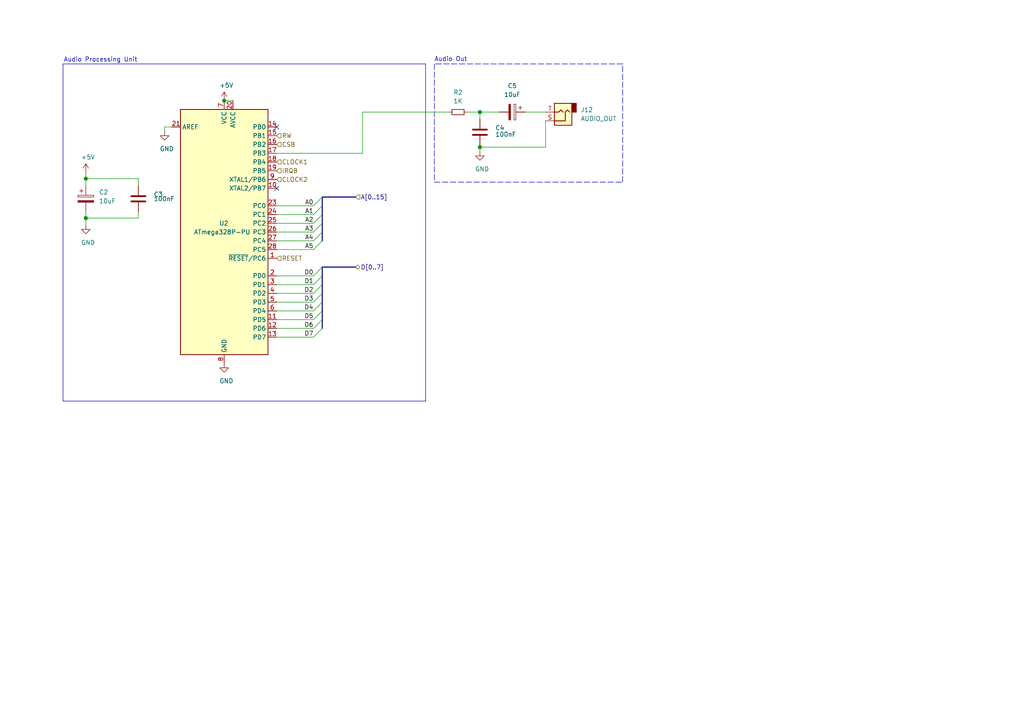
<source format=kicad_sch>
(kicad_sch (version 20201015) (generator eeschema)
  (paper "A4")
  (title_block (title "Miniish") (rev "v1.2c"))
  (lib_symbols
    (symbol "Connector:AudioJack2"
      (property "Reference" "J" (at 0 8.89 0))
      (property "Value" "AudioJack2" (at 0 6.35 0))
      (symbol "AudioJack2_0_1"
        (rectangle (start -3.81 0) (end -2.54 -2.54) (stroke (width 0.254)) (fill (type outline)))
        (rectangle (start -2.54 3.81) (end 2.54 -2.54) (stroke (width 0.254)) (fill (type background)))
        (polyline (pts (xy 0 0) (xy 0.635 -0.635) (xy 1.27 0) (xy 2.54 0)) (stroke (width 0.254)))
        (polyline (pts (xy 2.54 2.54) (xy -0.635 2.54) (xy -0.635 0) (xy -1.27 -0.635) (xy -1.905 0)) (stroke (width 0.254)))
      )
      (symbol "AudioJack2_1_1"
        (pin passive line (at 5.08 2.54 180) (length 2.54) (name "~") (number "S"))
        (pin passive line (at 5.08 0 180) (length 2.54) (name "~") (number "T"))
      )
    )
    (symbol "Device:C" (pin_numbers hide) (pin_names (offset 0.254))
      (property "Reference" "C" (at 0.635 2.54 0))
      (property "Value" "C" (at 0.635 -2.54 0))
      (symbol "C_0_1"
        (polyline (pts (xy -2.032 -0.762) (xy 2.032 -0.762)) (stroke (width 0.508)))
        (polyline (pts (xy -2.032 0.762) (xy 2.032 0.762)) (stroke (width 0.508)))
      )
      (symbol "C_1_1"
        (pin passive line (at 0 3.81 270) (length 2.794) (name "~") (number "1"))
        (pin passive line (at 0 -3.81 90) (length 2.794) (name "~") (number "2"))
      )
    )
    (symbol "Device:CP" (pin_numbers hide) (pin_names (offset 0.254))
      (property "Reference" "C" (at 0.635 2.54 0))
      (property "Value" "CP" (at 0.635 -2.54 0))
      (symbol "CP_0_1"
        (rectangle (start -2.286 0.508) (end 2.286 1.016))
        (rectangle (start 2.286 -0.508) (end -2.286 -1.016) (fill (type outline)))
        (polyline (pts (xy -1.778 2.286) (xy -0.762 2.286)))
        (polyline (pts (xy -1.27 2.794) (xy -1.27 1.778)))
      )
      (symbol "CP_1_1"
        (pin passive line (at 0 3.81 270) (length 2.794) (name "~") (number "1"))
        (pin passive line (at 0 -3.81 90) (length 2.794) (name "~") (number "2"))
      )
    )
    (symbol "Device:R_Small" (pin_numbers hide) (pin_names (offset 0.254) hide)
      (property "Reference" "R" (at 0.762 0.508 0))
      (property "Value" "R_Small" (at 0.762 -1.016 0))
      (symbol "R_Small_0_1"
        (rectangle (start -0.762 1.778) (end 0.762 -1.778) (stroke (width 0.2032)))
      )
      (symbol "R_Small_1_1"
        (pin passive line (at 0 2.54 270) (length 0.762) (name "~") (number "1"))
        (pin passive line (at 0 -2.54 90) (length 0.762) (name "~") (number "2"))
      )
    )
    (symbol "MCU_Microchip_ATmega:ATmega328P-PU"
      (property "Reference" "U" (at -12.7 36.83 0))
      (property "Value" "ATmega328P-PU" (at 2.54 -36.83 0))
      (symbol "ATmega328P-PU_0_1"
        (rectangle (start -12.7 -35.56) (end 12.7 35.56) (stroke (width 0.254)) (fill (type background)))
      )
      (symbol "ATmega328P-PU_1_1"
        (pin bidirectional line (at 15.24 -7.62 180) (length 2.54) (name "~RESET~/PC6") (number "1"))
        (pin bidirectional line (at 15.24 12.7 180) (length 2.54) (name "XTAL2/PB7") (number "10"))
        (pin bidirectional line (at 15.24 -25.4 180) (length 2.54) (name "PD5") (number "11"))
        (pin bidirectional line (at 15.24 -27.94 180) (length 2.54) (name "PD6") (number "12"))
        (pin bidirectional line (at 15.24 -30.48 180) (length 2.54) (name "PD7") (number "13"))
        (pin bidirectional line (at 15.24 30.48 180) (length 2.54) (name "PB0") (number "14"))
        (pin bidirectional line (at 15.24 27.94 180) (length 2.54) (name "PB1") (number "15"))
        (pin bidirectional line (at 15.24 25.4 180) (length 2.54) (name "PB2") (number "16"))
        (pin bidirectional line (at 15.24 22.86 180) (length 2.54) (name "PB3") (number "17"))
        (pin bidirectional line (at 15.24 20.32 180) (length 2.54) (name "PB4") (number "18"))
        (pin bidirectional line (at 15.24 17.78 180) (length 2.54) (name "PB5") (number "19"))
        (pin bidirectional line (at 15.24 -12.7 180) (length 2.54) (name "PD0") (number "2"))
        (pin power_in line (at 2.54 38.1 270) (length 2.54) (name "AVCC") (number "20"))
        (pin passive line (at -15.24 30.48 0) (length 2.54) (name "AREF") (number "21"))
        (pin passive line (at 0 -38.1 90) (length 2.54) hide (name "GND") (number "22"))
        (pin bidirectional line (at 15.24 7.62 180) (length 2.54) (name "PC0") (number "23"))
        (pin bidirectional line (at 15.24 5.08 180) (length 2.54) (name "PC1") (number "24"))
        (pin bidirectional line (at 15.24 2.54 180) (length 2.54) (name "PC2") (number "25"))
        (pin bidirectional line (at 15.24 0 180) (length 2.54) (name "PC3") (number "26"))
        (pin bidirectional line (at 15.24 -2.54 180) (length 2.54) (name "PC4") (number "27"))
        (pin bidirectional line (at 15.24 -5.08 180) (length 2.54) (name "PC5") (number "28"))
        (pin bidirectional line (at 15.24 -15.24 180) (length 2.54) (name "PD1") (number "3"))
        (pin bidirectional line (at 15.24 -17.78 180) (length 2.54) (name "PD2") (number "4"))
        (pin bidirectional line (at 15.24 -20.32 180) (length 2.54) (name "PD3") (number "5"))
        (pin bidirectional line (at 15.24 -22.86 180) (length 2.54) (name "PD4") (number "6"))
        (pin power_in line (at 0 38.1 270) (length 2.54) (name "VCC") (number "7"))
        (pin power_in line (at 0 -38.1 90) (length 2.54) (name "GND") (number "8"))
        (pin bidirectional line (at 15.24 15.24 180) (length 2.54) (name "XTAL1/PB6") (number "9"))
      )
    )
    (symbol "power:+5V" (power) (pin_names (offset 0))
      (property "Value" "+5V" (at 0 3.556 0))
      (symbol "+5V_0_1"
        (polyline (pts (xy -0.762 1.27) (xy 0 2.54)))
        (polyline (pts (xy 0 0) (xy 0 2.54)))
        (polyline (pts (xy 0 2.54) (xy 0.762 1.27)))
      )
      (symbol "+5V_1_1"
        (pin power_in line (at 0 0 90) (length 0) hide (name "+5V") (number "1"))
      )
    )
    (symbol "power:GND" (power) (pin_names (offset 0))
      (property "Value" "GND" (at 0 -3.81 0))
      (symbol "GND_0_1"
        (polyline (pts (xy 0 0) (xy 0 -1.27) (xy 1.27 -1.27) (xy 0 -2.54) (xy -1.27 -1.27) (xy 0 -1.27)))
      )
      (symbol "GND_1_1"
        (pin power_in line (at 0 0 270) (length 0) hide (name "GND") (number "1"))
      )
    )
  )
  (junction (at 24.892 51.816) (diameter 1.016))
  (junction (at 24.892 63.246) (diameter 1.016))
  (junction (at 65.024 29.21) (diameter 1.016))
  (junction (at 139.192 32.512) (diameter 1.016))
  (junction (at 139.192 42.672) (diameter 1.016))
  (no_connect (at 80.264 54.61))
  (no_connect (at 80.264 36.83))
  (bus_entry (at 90.932 59.69) (size 2.54 -2.54) (stroke (width 0.1524)))
  (bus_entry (at 90.932 62.23) (size 2.54 -2.54) (stroke (width 0.1524)))
  (bus_entry (at 90.932 64.77) (size 2.54 -2.54) (stroke (width 0.1524)))
  (bus_entry (at 90.932 67.31) (size 2.54 -2.54) (stroke (width 0.1524)))
  (bus_entry (at 90.932 69.85) (size 2.54 -2.54) (stroke (width 0.1524)))
  (bus_entry (at 90.932 72.39) (size 2.54 -2.54) (stroke (width 0.1524)))
  (bus_entry (at 90.932 87.63) (size 2.54 -2.54) (stroke (width 0.1524)))
  (bus_entry (at 90.932 90.17) (size 2.54 -2.54) (stroke (width 0.1524)))
  (bus_entry (at 90.932 92.71) (size 2.54 -2.54) (stroke (width 0.1524)))
  (bus_entry (at 90.932 95.25) (size 2.54 -2.54) (stroke (width 0.1524)))
  (bus_entry (at 90.932 97.79) (size 2.54 -2.54) (stroke (width 0.1524)))
  (bus_entry (at 93.472 77.47) (size -2.54 2.54) (stroke (width 0.1524)))
  (bus_entry (at 93.472 80.01) (size -2.54 2.54) (stroke (width 0.1524)))
  (bus_entry (at 93.472 82.55) (size -2.54 2.54) (stroke (width 0.1524)))
  (wire (pts (xy 24.892 50.038) (xy 24.892 51.816)))
  (wire (pts (xy 24.892 51.816) (xy 40.132 51.816)))
  (wire (pts (xy 24.892 53.848) (xy 24.892 51.816)))
  (wire (pts (xy 24.892 61.468) (xy 24.892 63.246)))
  (wire (pts (xy 24.892 63.246) (xy 24.892 65.278)))
  (wire (pts (xy 24.892 63.246) (xy 40.132 63.246)))
  (wire (pts (xy 40.132 51.816) (xy 40.132 53.848)))
  (wire (pts (xy 40.132 63.246) (xy 40.132 61.468)))
  (wire (pts (xy 47.752 36.83) (xy 47.752 38.1)))
  (wire (pts (xy 49.784 36.83) (xy 47.752 36.83)))
  (wire (pts (xy 65.024 29.21) (xy 67.564 29.21)))
  (wire (pts (xy 80.264 44.45) (xy 105.156 44.45)))
  (wire (pts (xy 80.264 59.69) (xy 90.932 59.69)))
  (wire (pts (xy 80.264 62.23) (xy 90.932 62.23)))
  (wire (pts (xy 80.264 64.77) (xy 90.932 64.77)))
  (wire (pts (xy 80.264 67.31) (xy 90.932 67.31)))
  (wire (pts (xy 80.264 69.85) (xy 90.932 69.85)))
  (wire (pts (xy 80.264 72.39) (xy 90.932 72.39)))
  (wire (pts (xy 80.264 80.01) (xy 90.932 80.01)))
  (wire (pts (xy 80.264 82.55) (xy 90.932 82.55)))
  (wire (pts (xy 80.264 85.09) (xy 90.932 85.09)))
  (wire (pts (xy 80.264 87.63) (xy 90.932 87.63)))
  (wire (pts (xy 80.264 90.17) (xy 90.932 90.17)))
  (wire (pts (xy 80.264 92.71) (xy 90.932 92.71)))
  (wire (pts (xy 80.264 95.25) (xy 90.932 95.25)))
  (wire (pts (xy 80.264 97.79) (xy 90.932 97.79)))
  (wire (pts (xy 105.156 32.512) (xy 130.302 32.512)))
  (wire (pts (xy 105.156 44.45) (xy 105.156 32.512)))
  (wire (pts (xy 135.382 32.512) (xy 139.192 32.512)))
  (wire (pts (xy 139.192 32.512) (xy 139.192 34.544)))
  (wire (pts (xy 139.192 32.512) (xy 144.78 32.512)))
  (wire (pts (xy 139.192 42.164) (xy 139.192 42.672)))
  (wire (pts (xy 139.192 42.672) (xy 139.192 43.942)))
  (wire (pts (xy 139.192 42.672) (xy 158.242 42.672)))
  (wire (pts (xy 152.4 32.512) (xy 158.242 32.512)))
  (wire (pts (xy 158.242 42.672) (xy 158.242 35.052)))
  (bus (pts (xy 93.472 57.15) (xy 93.472 59.69)))
  (bus (pts (xy 93.472 57.15) (xy 103.124 57.15)))
  (bus (pts (xy 93.472 59.69) (xy 93.472 62.23)))
  (bus (pts (xy 93.472 62.23) (xy 93.472 64.77)))
  (bus (pts (xy 93.472 64.77) (xy 93.472 67.31)))
  (bus (pts (xy 93.472 67.31) (xy 93.472 69.85)))
  (bus (pts (xy 93.472 77.47) (xy 93.472 80.01)))
  (bus (pts (xy 93.472 77.47) (xy 103.124 77.47)))
  (bus (pts (xy 93.472 80.01) (xy 93.472 82.55)))
  (bus (pts (xy 93.472 82.55) (xy 93.472 85.09)))
  (bus (pts (xy 93.472 85.09) (xy 93.472 87.63)))
  (bus (pts (xy 93.472 87.63) (xy 93.472 90.17)))
  (bus (pts (xy 93.472 90.17) (xy 93.472 92.71)))
  (bus (pts (xy 93.472 92.71) (xy 93.472 95.25)))
  (polyline (pts (xy 18.288 18.542) (xy 18.288 116.332)) (stroke (width 0) (type solid)))
  (polyline (pts (xy 18.288 18.542) (xy 123.444 18.542)) (stroke (width 0) (type solid)))
  (polyline (pts (xy 18.288 116.332) (xy 123.444 116.332)) (stroke (width 0) (type solid)))
  (polyline (pts (xy 123.444 116.332) (xy 123.444 18.542)) (stroke (width 0) (type solid)))
  (polyline (pts (xy 125.984 18.542) (xy 125.984 52.832)) (stroke (width 0) (type dash)))
  (polyline (pts (xy 125.984 52.832) (xy 180.594 52.832)) (stroke (width 0) (type dash)))
  (polyline (pts (xy 180.594 18.542) (xy 125.984 18.542)) (stroke (width 0) (type dash)))
  (polyline (pts (xy 180.594 52.832) (xy 180.594 18.542)) (stroke (width 0) (type dash)))
  (text "Audio Processing Unit" (at 39.878 18.161 180) (effects (font (size 1.27 1.27)) (justify right bottom)))
  (text "Audio Out" (at 135.509 18.034 180) (effects (font (size 1.27 1.27)) (justify right bottom)))
  (label "A0" (at 90.932 59.69 180))
  (label "A1" (at 90.932 62.23 180))
  (label "A2" (at 90.932 64.77 180))
  (label "A3" (at 90.932 67.31 180))
  (label "A4" (at 90.932 69.85 180))
  (label "A5" (at 90.932 72.39 180))
  (label "D0" (at 90.932 80.01 180))
  (label "D1" (at 90.932 82.55 180))
  (label "D2" (at 90.932 85.09 180))
  (label "D3" (at 90.932 87.63 180))
  (label "D4" (at 90.932 90.17 180))
  (label "D5" (at 90.932 92.71 180))
  (label "D6" (at 90.932 95.25 180))
  (label "D7" (at 90.932 97.79 180))
  (hierarchical_label "RW" (shape input) (at 80.264 39.37 0))
  (hierarchical_label "CSB" (shape input) (at 80.264 41.91 0))
  (hierarchical_label "CLOCK1" (shape input) (at 80.264 46.99 0))
  (hierarchical_label "IRQB" (shape input) (at 80.264 49.53 0))
  (hierarchical_label "CLOCK2" (shape input) (at 80.264 52.07 0))
  (hierarchical_label "RESET" (shape input) (at 80.264 74.93 0))
  (hierarchical_label "A[0..15]" (shape input) (at 103.124 57.15 0))
  (hierarchical_label "D[0..7]" (shape bidirectional) (at 103.124 77.47 0))
  (symbol (lib_id "power:+5V") (at 24.892 50.038 0) (unit 1)
    (property "Reference" "#PWR0129" (effects hide))
    (property "Value" "+5V" (at 25.527 45.593 0))
  )
  (symbol (lib_id "power:+5V") (at 65.024 29.21 0) (unit 1)
    (property "Reference" "#PWR0127" (effects hide))
    (property "Value" "+5V" (at 65.659 24.765 0))
  )
  (symbol (lib_id "power:GND") (at 24.892 65.278 0) (unit 1)
    (property "Reference" "#PWR0128" (effects hide))
    (property "Value" "GND" (at 25.527 70.358 0))
  )
  (symbol (lib_id "power:GND") (at 47.752 38.1 0) (unit 1)
    (property "Reference" "#PWR0130" (effects hide))
    (property "Value" "GND" (at 48.387 43.18 0))
  )
  (symbol (lib_id "power:GND") (at 65.024 105.41 0) (unit 1)
    (property "Reference" "#PWR0126" (effects hide))
    (property "Value" "GND" (at 65.659 110.49 0))
  )
  (symbol (lib_id "power:GND") (at 139.192 43.942 0) (unit 1)
    (property "Reference" "#PWR0131" (effects hide))
    (property "Value" "GND" (at 139.827 49.022 0))
  )
  (symbol (lib_id "Device:R_Small") (at 132.842 32.512 90) (unit 1)
    (property "Reference" "R2" (at 132.842 26.797 90))
    (property "Value" "1K" (at 132.842 29.337 90))
    (property "Footprint" "Resistor_THT:R_Axial_DIN0207_L6.3mm_D2.5mm_P10.16mm_Horizontal" (effects hide))
  )
  (symbol (lib_id "Device:CP") (at 24.892 57.658 0) (unit 1)
    (property "Reference" "C2" (at 28.702 55.753 0) (effects (justify left)))
    (property "Value" "10uF" (at 28.702 58.293 0) (effects (justify left)))
    (property "Footprint" "Capacitor_THT:C_Radial_D5.0mm_H11.0mm_P2.00mm" (effects hide))
  )
  (symbol (lib_id "Device:C") (at 40.132 57.658 0) (unit 1)
    (property "Reference" "C3" (at 44.577 56.388 0) (effects (justify left)))
    (property "Value" "100nF" (at 44.577 57.658 0) (effects (justify left)))
    (property "Footprint" "Capacitor_THT:C_Disc_D5.0mm_W2.5mm_P2.50mm" (effects hide))
  )
  (symbol (lib_id "Device:C") (at 139.192 38.354 0) (unit 1)
    (property "Reference" "C4" (at 143.637 37.084 0) (effects (justify left)))
    (property "Value" "100nF" (at 143.637 38.989 0) (effects (justify left)))
    (property "Footprint" "Capacitor_THT:C_Disc_D5.0mm_W2.5mm_P2.50mm" (effects hide))
  )
  (symbol (lib_id "Device:CP") (at 148.59 32.512 270) (unit 1)
    (property "Reference" "C5" (at 148.59 24.892 90))
    (property "Value" "10uF" (at 148.59 27.432 90))
    (property "Footprint" "Capacitor_THT:C_Radial_D5.0mm_H11.0mm_P2.00mm" (effects hide))
  )
  (symbol (lib_id "Connector:AudioJack2") (at 163.322 32.512 180) (unit 1)
    (property "Reference" "J12" (at 168.402 31.877 0) (effects (justify right)))
    (property "Value" "AUDIO_OUT" (at 168.402 34.417 0) (effects (justify right)))
    (property "Footprint" "Connector_Audio:Jack_3.5mm_CUI_SJ1-3533NG_Horizontal" (effects hide))
  )
  (symbol (lib_id "MCU_Microchip_ATmega:ATmega328P-PU") (at 65.024 67.31 0) (unit 1)
    (property "Reference" "U2" (at 66.294 64.77 0) (effects (justify right)))
    (property "Value" "ATmega328P-PU" (at 72.644 67.31 0) (effects (justify right)))
    (property "Footprint" "Package_DIP:DIP-28_W7.62mm" (effects hide))
  )
)
</source>
